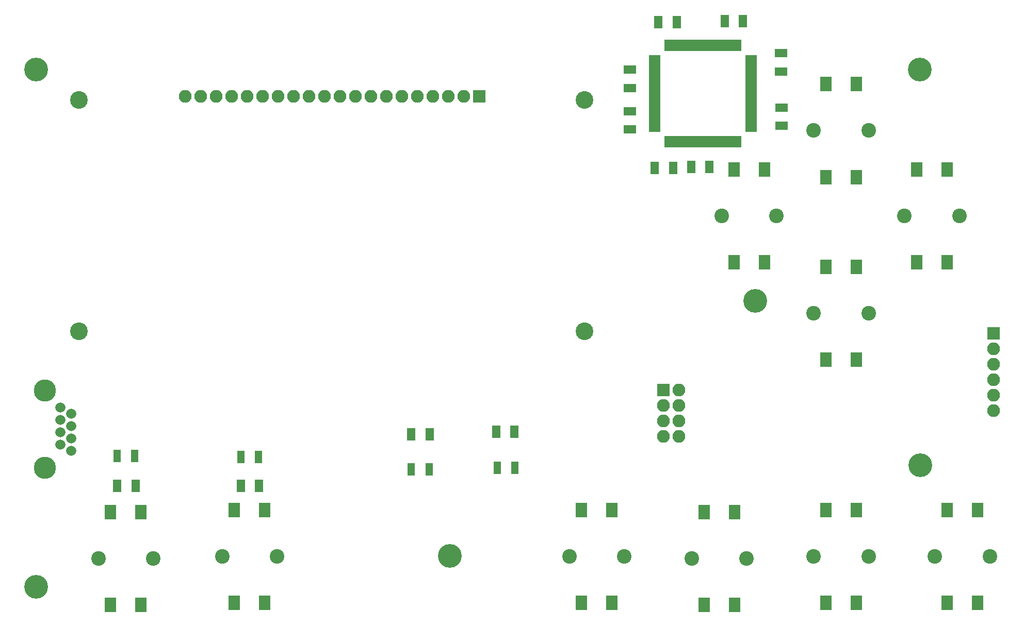
<source format=gts>
G04 #@! TF.GenerationSoftware,KiCad,Pcbnew,5.0.0-fee4fd1~66~ubuntu18.04.1*
G04 #@! TF.CreationDate,2018-09-21T09:17:30-04:00*
G04 #@! TF.ProjectId,FrontPanel,46726F6E7450616E656C2E6B69636164,rev?*
G04 #@! TF.SameCoordinates,Original*
G04 #@! TF.FileFunction,Soldermask,Top*
G04 #@! TF.FilePolarity,Negative*
%FSLAX46Y46*%
G04 Gerber Fmt 4.6, Leading zero omitted, Abs format (unit mm)*
G04 Created by KiCad (PCBNEW 5.0.0-fee4fd1~66~ubuntu18.04.1) date Fri Sep 21 09:17:30 2018*
%MOMM*%
%LPD*%
G01*
G04 APERTURE LIST*
%ADD10R,1.400000X2.000000*%
%ADD11R,2.000000X1.400000*%
%ADD12R,2.100000X2.100000*%
%ADD13O,2.100000X2.100000*%
%ADD14R,1.300000X2.100000*%
%ADD15C,2.400000*%
%ADD16R,1.900000X2.400000*%
%ADD17R,1.900000X0.680000*%
%ADD18R,0.680000X1.900000*%
%ADD19C,3.650000*%
%ADD20C,1.670000*%
%ADD21C,3.900000*%
%ADD22C,2.900000*%
G04 APERTURE END LIST*
D10*
G04 #@! TO.C,C2*
X172200000Y-44100000D03*
X175200000Y-44100000D03*
G04 #@! TD*
G04 #@! TO.C,C3*
X183100000Y-43900000D03*
X186100000Y-43900000D03*
G04 #@! TD*
D11*
G04 #@! TO.C,C4*
X192300000Y-49200000D03*
X192300000Y-52200000D03*
G04 #@! TD*
G04 #@! TO.C,C5*
X192400000Y-61100000D03*
X192400000Y-58100000D03*
G04 #@! TD*
D10*
G04 #@! TO.C,C6*
X177600000Y-67900000D03*
X180600000Y-67900000D03*
G04 #@! TD*
G04 #@! TO.C,C7*
X174600000Y-68000000D03*
X171600000Y-68000000D03*
G04 #@! TD*
D11*
G04 #@! TO.C,C8*
X167500000Y-61700000D03*
X167500000Y-58700000D03*
G04 #@! TD*
G04 #@! TO.C,C9*
X167550000Y-51900000D03*
X167550000Y-54900000D03*
G04 #@! TD*
D10*
G04 #@! TO.C,D1*
X83400000Y-120300000D03*
X86400000Y-120300000D03*
G04 #@! TD*
G04 #@! TO.C,D2*
X103650000Y-120250000D03*
X106650000Y-120250000D03*
G04 #@! TD*
G04 #@! TO.C,D3*
X131650000Y-111850000D03*
X134650000Y-111850000D03*
G04 #@! TD*
G04 #@! TO.C,D4*
X145600000Y-111350000D03*
X148600000Y-111350000D03*
G04 #@! TD*
D12*
G04 #@! TO.C,J2*
X142800000Y-56300000D03*
D13*
X140260000Y-56300000D03*
X137720000Y-56300000D03*
X135180000Y-56300000D03*
X132640000Y-56300000D03*
X130100000Y-56300000D03*
X127560000Y-56300000D03*
X125020000Y-56300000D03*
X122480000Y-56300000D03*
X119940000Y-56300000D03*
X117400000Y-56300000D03*
X114860000Y-56300000D03*
X112320000Y-56300000D03*
X109780000Y-56300000D03*
X107240000Y-56300000D03*
X104700000Y-56300000D03*
X102160000Y-56300000D03*
X99620000Y-56300000D03*
X97080000Y-56300000D03*
X94540000Y-56300000D03*
G04 #@! TD*
D14*
G04 #@! TO.C,R1*
X83350000Y-115400000D03*
X86250000Y-115400000D03*
G04 #@! TD*
G04 #@! TO.C,R2*
X103650000Y-115500000D03*
X106550000Y-115500000D03*
G04 #@! TD*
G04 #@! TO.C,R3*
X131650000Y-117600000D03*
X134550000Y-117600000D03*
G04 #@! TD*
G04 #@! TO.C,R4*
X145750000Y-117300000D03*
X148650000Y-117300000D03*
G04 #@! TD*
D15*
G04 #@! TO.C,SW1*
X80300000Y-132200000D03*
X89300000Y-132200000D03*
D16*
X87300000Y-124575000D03*
X87300000Y-139825000D03*
X82300000Y-124575000D03*
X82300000Y-139825000D03*
G04 #@! TD*
D15*
G04 #@! TO.C,SW2*
X100600000Y-131900000D03*
X109600000Y-131900000D03*
D16*
X107600000Y-124275000D03*
X107600000Y-139525000D03*
X102600000Y-124275000D03*
X102600000Y-139525000D03*
G04 #@! TD*
D15*
G04 #@! TO.C,SW3*
X157600000Y-131900000D03*
X166600000Y-131900000D03*
D16*
X164600000Y-124275000D03*
X164600000Y-139525000D03*
X159600000Y-124275000D03*
X159600000Y-139525000D03*
G04 #@! TD*
D15*
G04 #@! TO.C,SW4*
X177700000Y-132200000D03*
X186700000Y-132200000D03*
D16*
X184700000Y-124575000D03*
X184700000Y-139825000D03*
X179700000Y-124575000D03*
X179700000Y-139825000D03*
G04 #@! TD*
D15*
G04 #@! TO.C,SW5*
X197700000Y-131900000D03*
X206700000Y-131900000D03*
D16*
X204700000Y-124275000D03*
X204700000Y-139525000D03*
X199700000Y-124275000D03*
X199700000Y-139525000D03*
G04 #@! TD*
D15*
G04 #@! TO.C,SW6*
X217600000Y-131900000D03*
X226600000Y-131900000D03*
D16*
X224600000Y-124275000D03*
X224600000Y-139525000D03*
X219600000Y-124275000D03*
X219600000Y-139525000D03*
G04 #@! TD*
D15*
G04 #@! TO.C,SW7*
X197700000Y-61900000D03*
X206700000Y-61900000D03*
D16*
X204700000Y-54275000D03*
X204700000Y-69525000D03*
X199700000Y-54275000D03*
X199700000Y-69525000D03*
G04 #@! TD*
D15*
G04 #@! TO.C,SW8*
X212600000Y-75900000D03*
X221600000Y-75900000D03*
D16*
X219600000Y-68275000D03*
X219600000Y-83525000D03*
X214600000Y-68275000D03*
X214600000Y-83525000D03*
G04 #@! TD*
D15*
G04 #@! TO.C,SW9*
X197700000Y-91900000D03*
X206700000Y-91900000D03*
D16*
X204700000Y-84275000D03*
X204700000Y-99525000D03*
X199700000Y-84275000D03*
X199700000Y-99525000D03*
G04 #@! TD*
D15*
G04 #@! TO.C,SW10*
X182600000Y-75900000D03*
X191600000Y-75900000D03*
D16*
X189600000Y-68275000D03*
X189600000Y-83525000D03*
X184600000Y-68275000D03*
X184600000Y-83525000D03*
G04 #@! TD*
D17*
G04 #@! TO.C,U1*
X171600000Y-49800000D03*
X171600000Y-50300000D03*
X171600000Y-50800000D03*
X171600000Y-51300000D03*
X171600000Y-51800000D03*
X171600000Y-52300000D03*
X171600000Y-52800000D03*
X171600000Y-53300000D03*
X171600000Y-53800000D03*
X171600000Y-54300000D03*
X171600000Y-54800000D03*
X171600000Y-55300000D03*
X171600000Y-55800000D03*
X171600000Y-56300000D03*
X171600000Y-56800000D03*
X171600000Y-57300000D03*
X171600000Y-57800000D03*
X171600000Y-58300000D03*
X171600000Y-58800000D03*
X171600000Y-59300000D03*
X171600000Y-59800000D03*
X171600000Y-60300000D03*
X171600000Y-60800000D03*
X171600000Y-61300000D03*
X171600000Y-61800000D03*
D18*
X173500000Y-63700000D03*
X174000000Y-63700000D03*
X174500000Y-63700000D03*
X175000000Y-63700000D03*
X175500000Y-63700000D03*
X176000000Y-63700000D03*
X176500000Y-63700000D03*
X177000000Y-63700000D03*
X177500000Y-63700000D03*
X178000000Y-63700000D03*
X178500000Y-63700000D03*
X179000000Y-63700000D03*
X179500000Y-63700000D03*
X180000000Y-63700000D03*
X180500000Y-63700000D03*
X181000000Y-63700000D03*
X181500000Y-63700000D03*
X182000000Y-63700000D03*
X182500000Y-63700000D03*
X183000000Y-63700000D03*
X183500000Y-63700000D03*
X184000000Y-63700000D03*
X184500000Y-63700000D03*
X185000000Y-63700000D03*
X185500000Y-63700000D03*
D17*
X187400000Y-61800000D03*
X187400000Y-61300000D03*
X187400000Y-60800000D03*
X187400000Y-60300000D03*
X187400000Y-59800000D03*
X187400000Y-59300000D03*
X187400000Y-58800000D03*
X187400000Y-58300000D03*
X187400000Y-57800000D03*
X187400000Y-57300000D03*
X187400000Y-56800000D03*
X187400000Y-56300000D03*
X187400000Y-55800000D03*
X187400000Y-55300000D03*
X187400000Y-54800000D03*
X187400000Y-54300000D03*
X187400000Y-53800000D03*
X187400000Y-53300000D03*
X187400000Y-52800000D03*
X187400000Y-52300000D03*
X187400000Y-51800000D03*
X187400000Y-51300000D03*
X187400000Y-50800000D03*
X187400000Y-50300000D03*
X187400000Y-49800000D03*
D18*
X185500000Y-47900000D03*
X185000000Y-47900000D03*
X184500000Y-47900000D03*
X184000000Y-47900000D03*
X183500000Y-47900000D03*
X183000000Y-47900000D03*
X182500000Y-47900000D03*
X182000000Y-47900000D03*
X181500000Y-47900000D03*
X181000000Y-47900000D03*
X180500000Y-47900000D03*
X180000000Y-47900000D03*
X179500000Y-47900000D03*
X179000000Y-47900000D03*
X178500000Y-47900000D03*
X178000000Y-47900000D03*
X177500000Y-47900000D03*
X177000000Y-47900000D03*
X176500000Y-47900000D03*
X176000000Y-47900000D03*
X175500000Y-47900000D03*
X175000000Y-47900000D03*
X174500000Y-47900000D03*
X174000000Y-47900000D03*
X173500000Y-47900000D03*
G04 #@! TD*
D19*
G04 #@! TO.C,J1*
X71500000Y-117350000D03*
X71500000Y-104650000D03*
D20*
X75818000Y-114556000D03*
X74040000Y-113540000D03*
X75818000Y-112524000D03*
X74040000Y-111508000D03*
X75818000Y-110492000D03*
X74040000Y-109476000D03*
X75818000Y-108460000D03*
X74040000Y-107444000D03*
G04 #@! TD*
D12*
G04 #@! TO.C,J4*
X227200000Y-95250000D03*
D13*
X227200000Y-97790000D03*
X227200000Y-100330000D03*
X227200000Y-102870000D03*
X227200000Y-105410000D03*
X227200000Y-107950000D03*
G04 #@! TD*
D21*
G04 #@! TO.C,h2*
X70100000Y-136900000D03*
G04 #@! TD*
G04 #@! TO.C,h1*
X70100000Y-51850000D03*
G04 #@! TD*
G04 #@! TO.C,h4*
X215150000Y-116900000D03*
G04 #@! TD*
G04 #@! TO.C,h5*
X188100000Y-89850000D03*
G04 #@! TD*
G04 #@! TO.C,h6*
X215100000Y-51850000D03*
G04 #@! TD*
G04 #@! TO.C,h3*
X138000000Y-131800000D03*
G04 #@! TD*
D22*
G04 #@! TO.C,h9*
X160100000Y-94900000D03*
G04 #@! TD*
G04 #@! TO.C,h10*
X160100000Y-56850000D03*
G04 #@! TD*
G04 #@! TO.C,h7*
X77100000Y-56850000D03*
G04 #@! TD*
G04 #@! TO.C,h8*
X77100000Y-94850000D03*
G04 #@! TD*
D12*
G04 #@! TO.C,J3*
X173050000Y-104500000D03*
D13*
X175590000Y-104500000D03*
X173050000Y-107040000D03*
X175590000Y-107040000D03*
X173050000Y-109580000D03*
X175590000Y-109580000D03*
X173050000Y-112120000D03*
X175590000Y-112120000D03*
G04 #@! TD*
M02*

</source>
